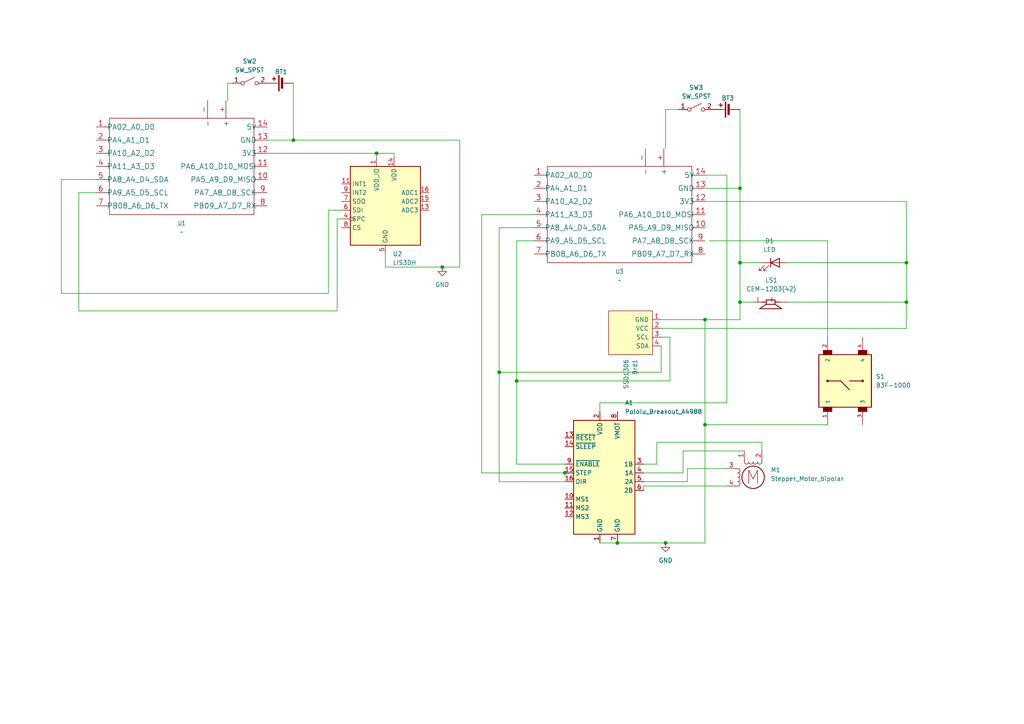
<source format=kicad_sch>
(kicad_sch (version 20250114) (generator "eeschema") (generator_version "9.0")
  (paper "A4")
  (lib_symbols
    (symbol "B3F-1000:B3F-1000" (pin_names (offset 1.016))
      (property "Reference" "S" (at -7.62 7.62 0))
      (property "Value" "B3F-1000" (at -7.62 -8.9154 0))
      (symbol "B3F-1000_0_0"
        (rectangle (start -8.89 3.81) (end -7.62 6.35) (fill (type outline)))
        (rectangle (start -8.89 -6.35) (end -7.62 -3.81) (fill (type outline)))
        (polyline (pts (xy -7.62 7.62) (xy 7.62 7.62)) (stroke (width 0.254)))
        (rectangle (start -7.62 -7.62) (end 7.62 7.62) (stroke (width 0.254)) (fill (type background)))
        (circle (center 0 5.08) (radius 0.254) (stroke (width 0.254)))
        (polyline (pts (xy 0 5.08) (xy 0 1.27)) (stroke (width 0.254)))
        (polyline (pts (xy 0 -1.27) (xy 2.54 1.27)) (stroke (width 0.254)))
        (polyline (pts (xy 0 -5.08) (xy 0 -1.27)) (stroke (width 0.254)))
        (circle (center 0 -5.08) (radius 0.254) (stroke (width 0.254)))
        (rectangle (start 7.62 3.81) (end 8.89 6.35) (fill (type outline)))
        (rectangle (start 7.62 -6.35) (end 8.89 -3.81) (fill (type outline)))
        (polyline (pts (xy 7.62 -7.62) (xy -7.62 -7.62)) (stroke (width 0.254)))
        (pin passive line (at -12.7 5.08 0) (length 5.08) (name "4") (number "4"))
        (pin passive line (at -12.7 -5.08 0) (length 5.08) (name "2") (number "2"))
        (pin passive line (at 12.7 5.08 180) (length 5.08) (name "3") (number "3"))
        (pin passive line (at 12.7 -5.08 180) (length 5.08) (name "1") (number "1"))
      )
    )
    (symbol "CEM-1203_42_:CEM-1203(42)" (pin_numbers (hide yes)) (pin_names (offset 1.016) (hide yes))
      (property "Reference" "LS" (at -3.81 8.9154 0))
      (property "Value" "CEM-1203(42)" (at -3.81 -11.4554 0))
      (symbol "CEM-1203(42)_0_0"
        (polyline (pts (xy -0.635 1.27) (xy 0 1.27)) (stroke (width 0.254)))
        (polyline (pts (xy -0.635 -1.27) (xy -0.635 1.27)) (stroke (width 0.254)))
        (polyline (pts (xy 0 1.27) (xy 0 2.54)) (stroke (width 0.254)))
        (polyline (pts (xy 0 1.27) (xy 0.635 1.27)) (stroke (width 0.254)))
        (polyline (pts (xy 0 -1.27) (xy -0.635 -1.27)) (stroke (width 0.254)))
        (polyline (pts (xy 0 -1.27) (xy 0 -2.54)) (stroke (width 0.254)))
        (polyline (pts (xy 0.635 1.27) (xy 0.635 -1.27)) (stroke (width 0.254)))
        (polyline (pts (xy 0.635 1.27) (xy 1.905 3.175)) (stroke (width 0.254)))
        (polyline (pts (xy 0.635 -1.27) (xy 0 -1.27)) (stroke (width 0.254)))
        (polyline (pts (xy 1.905 3.175) (xy 1.905 -3.175)) (stroke (width 0.254)))
        (polyline (pts (xy 1.905 -3.175) (xy 0.635 -1.27)) (stroke (width 0.254)))
        (text "+" (at -1.905 1.27 0) (effects (font (size 1.778 1.778)) (justify left bottom)))
        (text "-" (at -1.905 -2.794 0) (effects (font (size 1.778 1.778)) (justify left bottom)))
        (pin passive line (at 0 5.08 270) (length 2.54) (name "~") (number "P"))
        (pin passive line (at 0 -5.08 90) (length 2.54) (name "~") (number "N"))
      )
    )
    (symbol "Device:Battery_Cell" (pin_numbers (hide yes)) (pin_names (offset 0) (hide yes))
      (property "Reference" "BT" (at 2.54 2.54 0))
      (property "Value" "Battery_Cell" (at 2.54 0 0))
      (symbol "Battery_Cell_0_1"
        (rectangle (start -2.286 1.778) (end 2.286 1.524) (fill (type outline)))
        (rectangle (start -1.524 1.016) (end 1.524 0.508) (fill (type outline)))
        (polyline (pts (xy 0 1.778) (xy 0 2.54)))
        (polyline (pts (xy 0 0.762) (xy 0 0)))
        (polyline (pts (xy 0.762 3.048) (xy 1.778 3.048)) (stroke (width 0.254)))
        (polyline (pts (xy 1.27 3.556) (xy 1.27 2.54)) (stroke (width 0.254)))
      )
      (symbol "Battery_Cell_1_1"
        (pin passive line (at 0 5.08 270) (length 2.54) (name "+") (number "1"))
        (pin passive line (at 0 -2.54 90) (length 2.54) (name "-") (number "2"))
      )
    )
    (symbol "Device:LED" (pin_numbers (hide yes)) (pin_names (offset 1.016) (hide yes))
      (property "Reference" "D" (at 0 2.54 0))
      (property "Value" "LED" (at 0 -2.54 0))
      (symbol "LED_0_1"
        (polyline (pts (xy -3.048 -0.762) (xy -4.572 -2.286) (xy -3.81 -2.286) (xy -4.572 -2.286) (xy -4.572 -1.524)))
        (polyline (pts (xy -1.778 -0.762) (xy -3.302 -2.286) (xy -2.54 -2.286) (xy -3.302 -2.286) (xy -3.302 -1.524)))
        (polyline (pts (xy -1.27 0) (xy 1.27 0)))
        (polyline (pts (xy -1.27 -1.27) (xy -1.27 1.27)) (stroke (width 0.254)))
        (polyline (pts (xy 1.27 -1.27) (xy 1.27 1.27) (xy -1.27 0) (xy 1.27 -1.27)) (stroke (width 0.254)))
      )
      (symbol "LED_1_1"
        (pin passive line (at -3.81 0 0) (length 2.54) (name "K") (number "1"))
        (pin passive line (at 3.81 0 180) (length 2.54) (name "A") (number "2"))
      )
    )
    (symbol "Driver_Motor:Pololu_Breakout_A4988"
      (property "Reference" "A" (at -2.54 19.05 0))
      (property "Value" "Pololu_Breakout_A4988" (at -2.54 16.51 0))
      (symbol "Pololu_Breakout_A4988_0_1"
        (rectangle (start 10.16 -17.78) (end -7.62 15.24) (stroke (width 0.254)) (fill (type background)))
      )
      (symbol "Pololu_Breakout_A4988_1_1"
        (pin input line (at -10.16 10.16 0) (length 2.54) (name "~{RESET}") (number "13"))
        (pin input line (at -10.16 7.62 0) (length 2.54) (name "~{SLEEP}") (number "14"))
        (pin input line (at -10.16 2.54 0) (length 2.54) (name "~{ENABLE}") (number "9"))
        (pin input line (at -10.16 0 0) (length 2.54) (name "STEP") (number "15"))
        (pin input line (at -10.16 -2.54 0) (length 2.54) (name "DIR") (number "16"))
        (pin input line (at -10.16 -7.62 0) (length 2.54) (name "MS1") (number "10"))
        (pin input line (at -10.16 -10.16 0) (length 2.54) (name "MS2") (number "11"))
        (pin input line (at -10.16 -12.7 0) (length 2.54) (name "MS3") (number "12"))
        (pin power_in line (at 0 17.78 270) (length 2.54) (name "VDD") (number "2"))
        (pin power_in line (at 0 -20.32 90) (length 2.54) (name "GND") (number "1"))
        (pin power_in line (at 5.08 17.78 270) (length 2.54) (name "VMOT") (number "8"))
        (pin power_in line (at 5.08 -20.32 90) (length 2.54) (name "GND") (number "7"))
        (pin output line (at 12.7 2.54 180) (length 2.54) (name "1B") (number "3"))
        (pin output line (at 12.7 0 180) (length 2.54) (name "1A") (number "4"))
        (pin output line (at 12.7 -2.54 180) (length 2.54) (name "2A") (number "5"))
        (pin output line (at 12.7 -5.08 180) (length 2.54) (name "2B") (number "6"))
      )
    )
    (symbol "ESP32C3-footprint-eagle_single_device_kicad:MOUDLE-SEEEDUINO-XIAO-ESP32C3-SMD"
      (property "Reference" "U" (at -21.59 15.24 0))
      (symbol "MOUDLE-SEEEDUINO-XIAO-ESP32C3-SMD_1_0"
        (polyline (pts (xy -21.59 13.97) (xy 20.32 13.97)) (stroke (width 0.1524)))
        (polyline (pts (xy -21.59 11.43) (xy -22.86 11.43)) (stroke (width 0.1524)))
        (polyline (pts (xy -21.59 11.43) (xy -21.59 13.97)) (stroke (width 0.1524)))
        (polyline (pts (xy -21.59 7.62) (xy -22.86 7.62)) (stroke (width 0.1524)))
        (polyline (pts (xy -21.59 7.62) (xy -21.59 11.43)) (stroke (width 0.1524)))
        (polyline (pts (xy -21.59 3.81) (xy -22.86 3.81)) (stroke (width 0.1524)))
        (polyline (pts (xy -21.59 3.81) (xy -21.59 7.62)) (stroke (width 0.1524)))
        (polyline (pts (xy -21.59 0) (xy -22.86 0)) (stroke (width 0.1524)))
        (polyline (pts (xy -21.59 0) (xy -21.59 3.81)) (stroke (width 0.1524)))
        (polyline (pts (xy -21.59 -3.81) (xy -22.86 -3.81)) (stroke (width 0.1524)))
        (polyline (pts (xy -21.59 -7.62) (xy -22.86 -7.62)) (stroke (width 0.1524)))
        (polyline (pts (xy -21.59 -11.43) (xy -22.86 -11.43)) (stroke (width 0.1524)))
        (polyline (pts (xy -21.59 -13.97) (xy -21.59 0)) (stroke (width 0.1524)))
        (polyline (pts (xy 20.32 13.97) (xy 20.32 11.43)) (stroke (width 0.1524)))
        (polyline (pts (xy 20.32 11.43) (xy 20.32 7.62)) (stroke (width 0.1524)))
        (polyline (pts (xy 20.32 7.62) (xy 20.32 3.81)) (stroke (width 0.1524)))
        (polyline (pts (xy 20.32 3.81) (xy 20.32 -13.97)) (stroke (width 0.1524)))
        (polyline (pts (xy 20.32 -13.97) (xy -21.59 -13.97)) (stroke (width 0.1524)))
        (polyline (pts (xy 21.59 11.43) (xy 20.32 11.43)) (stroke (width 0.1524)))
        (polyline (pts (xy 21.59 7.62) (xy 20.32 7.62)) (stroke (width 0.1524)))
        (polyline (pts (xy 21.59 3.81) (xy 20.32 3.81)) (stroke (width 0.1524)))
        (polyline (pts (xy 21.59 0) (xy 20.32 0)) (stroke (width 0.1524)))
        (polyline (pts (xy 21.59 -3.81) (xy 20.32 -3.81)) (stroke (width 0.1524)))
        (polyline (pts (xy 21.59 -7.62) (xy 20.32 -7.62)) (stroke (width 0.1524)))
        (polyline (pts (xy 21.59 -11.43) (xy 20.32 -11.43)) (stroke (width 0.1524)))
        (pin bidirectional line (at -25.4 11.43 0) (length 2.54) (name "PA02_A0_D0") (number "1"))
        (pin bidirectional line (at -25.4 7.62 0) (length 2.54) (name "PA4_A1_D1") (number "2"))
        (pin bidirectional line (at -25.4 3.81 0) (length 2.54) (name "PA10_A2_D2") (number "3"))
        (pin bidirectional line (at -25.4 0 0) (length 2.54) (name "PA11_A3_D3") (number "4"))
        (pin bidirectional line (at -25.4 -3.81 0) (length 2.54) (name "PA8_A4_D4_SDA") (number "5"))
        (pin bidirectional line (at -25.4 -7.62 0) (length 2.54) (name "PA9_A5_D5_SCL") (number "6"))
        (pin bidirectional line (at -25.4 -11.43 0) (length 2.54) (name "PB08_A6_D6_TX") (number "7"))
        (pin bidirectional line (at 6.858 19.05 270) (length 5.08) (name "-") (number "-"))
        (pin bidirectional line (at 12.192 19.05 270) (length 5.08) (name "+") (number "+"))
        (pin bidirectional line (at 24.13 11.43 180) (length 2.54) (name "5V") (number "14"))
        (pin bidirectional line (at 24.13 7.62 180) (length 2.54) (name "GND") (number "13"))
        (pin bidirectional line (at 24.13 3.81 180) (length 2.54) (name "3V3") (number "12"))
        (pin bidirectional line (at 24.13 0 180) (length 2.54) (name "PA6_A10_D10_MOSI") (number "11"))
        (pin bidirectional line (at 24.13 -3.81 180) (length 2.54) (name "PA5_A9_D9_MISO") (number "10"))
        (pin bidirectional line (at 24.13 -7.62 180) (length 2.54) (name "PA7_A8_D8_SCK") (number "9"))
        (pin bidirectional line (at 24.13 -11.43 180) (length 2.54) (name "PB09_A7_D7_RX") (number "8"))
      )
    )
    (symbol "Motor:Stepper_Motor_bipolar" (pin_names (offset 0) (hide yes))
      (property "Reference" "M" (at 3.81 2.54 0))
      (property "Value" "Stepper_Motor_bipolar" (at 3.81 1.27 0))
      (symbol "Stepper_Motor_bipolar_0_0"
        (polyline (pts (xy -1.27 -1.778) (xy -1.27 2.032) (xy 0 -0.508) (xy 1.27 2.032) (xy 1.27 -1.778)))
      )
      (symbol "Stepper_Motor_bipolar_0_1"
        (polyline (pts (xy -5.08 2.54) (xy -4.445 2.54)))
        (polyline (pts (xy -5.08 -2.54) (xy -4.445 -2.54)))
        (arc (start -4.445 2.54) (mid -3.8127 1.905) (end -4.445 1.27))
        (arc (start -4.445 1.27) (mid -3.8127 0.635) (end -4.445 0))
        (arc (start -4.445 0) (mid -3.8127 -0.635) (end -4.445 -1.27))
        (arc (start -4.445 -1.27) (mid -3.8127 -1.905) (end -4.445 -2.54))
        (polyline (pts (xy -2.54 5.08) (xy -2.54 4.445)))
        (arc (start -1.27 4.445) (mid -1.905 3.8127) (end -2.54 4.445))
        (arc (start 0 4.445) (mid -0.635 3.8127) (end -1.27 4.445))
        (circle (center 0 0) (radius 3.2512) (stroke (width 0.254)))
        (arc (start 1.27 4.445) (mid 0.635 3.8127) (end 0 4.445))
        (arc (start 2.54 4.445) (mid 1.905 3.8127) (end 1.27 4.445))
        (polyline (pts (xy 2.54 5.08) (xy 2.54 4.445)))
      )
      (symbol "Stepper_Motor_bipolar_1_1"
        (pin passive line (at -7.62 2.54 0) (length 2.54) (name "~") (number "3"))
        (pin passive line (at -7.62 -2.54 0) (length 2.54) (name "~") (number "4"))
        (pin passive line (at -2.54 7.62 270) (length 2.54) (name "~") (number "1"))
        (pin passive line (at 2.54 7.62 270) (length 2.54) (name "-") (number "2"))
      )
    )
    (symbol "SSD1306-128x64_OLED (1):SSD1306" (pin_names (offset 1.016))
      (property "Reference" "Brd" (at 0 -3.81 0))
      (property "Value" "SSD1306" (at 0 -1.27 0))
      (symbol "SSD1306_0_1"
        (rectangle (start -6.35 6.35) (end 6.35 -6.35) (fill (type background)))
      )
      (symbol "SSD1306_1_1"
        (pin input line (at -3.81 8.89 270) (length 2.54) (name "GND") (number "1"))
        (pin input line (at -1.27 8.89 270) (length 2.54) (name "VCC") (number "2"))
        (pin input line (at 1.27 8.89 270) (length 2.54) (name "SCL") (number "3"))
        (pin input line (at 3.81 8.89 270) (length 2.54) (name "SDA") (number "4"))
      )
    )
    (symbol "Sensor_Motion:LIS3DH"
      (property "Reference" "U" (at -7.62 11.43 0))
      (property "Value" "LIS3DH" (at 6.35 11.43 0))
      (symbol "LIS3DH_0_1"
        (rectangle (start -10.16 10.16) (end 10.16 -12.7) (stroke (width 0.254)) (fill (type background)))
      )
      (symbol "LIS3DH_1_1"
        (pin output line (at -12.7 5.08 0) (length 2.54) (name "INT1") (number "11"))
        (pin output line (at -12.7 2.54 0) (length 2.54) (name "INT2") (number "9"))
        (pin output line (at -12.7 0 0) (length 2.54) (name "SDO") (number "7"))
        (pin input line (at -12.7 -2.54 0) (length 2.54) (name "SDI") (number "6"))
        (pin input clock (at -12.7 -5.08 0) (length 2.54) (name "SPC") (number "4"))
        (pin input line (at -12.7 -7.62 0) (length 2.54) (name "CS") (number "8"))
        (pin power_in line (at -2.54 12.7 270) (length 2.54) (name "VDD_IO") (number "1"))
        (pin passive line (at 0 -15.24 90) (length 2.54) (hide yes) (name "GND") (number "10"))
        (pin passive line (at 0 -15.24 90) (length 2.54) (hide yes) (name "GND") (number "12"))
        (pin power_in line (at 0 -15.24 90) (length 2.54) (name "GND") (number "5"))
        (pin power_in line (at 2.54 12.7 270) (length 2.54) (name "VDD") (number "14"))
        (pin no_connect line (at 10.16 7.62 180) (length 2.54) (hide yes) (name "NC") (number "3"))
        (pin no_connect line (at 10.16 5.08 180) (length 2.54) (hide yes) (name "NC") (number "2"))
        (pin input line (at 12.7 2.54 180) (length 2.54) (name "ADC1") (number "16"))
        (pin input line (at 12.7 0 180) (length 2.54) (name "ADC2") (number "15"))
        (pin input line (at 12.7 -2.54 180) (length 2.54) (name "ADC3") (number "13"))
      )
    )
    (symbol "Switch:SW_SPST" (pin_names (offset 0) (hide yes))
      (property "Reference" "SW" (at 0 3.175 0))
      (property "Value" "SW_SPST" (at 0 -2.54 0))
      (symbol "SW_SPST_0_0"
        (circle (center -2.032 0) (radius 0.508))
        (polyline (pts (xy -1.524 0.254) (xy 1.524 1.778)))
        (circle (center 2.032 0) (radius 0.508))
      )
      (symbol "SW_SPST_1_1"
        (pin passive line (at -5.08 0 0) (length 2.54) (name "A") (number "1"))
        (pin passive line (at 5.08 0 180) (length 2.54) (name "B") (number "2"))
      )
    )
    (symbol "power:GND" (power) (pin_numbers (hide yes)) (pin_names (offset 0) (hide yes))
      (property "Value" "GND" (at 0 -3.81 0))
      (symbol "GND_0_1"
        (polyline (pts (xy 0 0) (xy 0 -1.27) (xy 1.27 -1.27) (xy 0 -2.54) (xy -1.27 -1.27) (xy 0 -1.27)))
      )
      (symbol "GND_1_1"
        (pin power_in line (at 0 0 270) (length 0) (name "~") (number "1"))
      )
    )
  )
  (junction (at 163.83 137.16))
  (junction (at 214.63 87.63))
  (junction (at 262.89 87.63))
  (junction (at 179.07 157.48))
  (junction (at 193.04 157.48))
  (junction (at 128.27 77.47))
  (junction (at 144.78 107.95))
  (junction (at 262.89 76.2))
  (junction (at 109.22 44.45))
  (junction (at 85.09 40.64))
  (junction (at 204.47 92.71))
  (junction (at 204.47 123.19))
  (junction (at 214.63 76.2))
  (junction (at 214.63 54.61))
  (junction (at 149.86 110.49))
  (wire (pts (xy 262.89 87.63) (xy 228.6 87.63)))
  (wire (pts (xy 95.25 60.96) (xy 99.06 60.96)))
  (wire (pts (xy 163.83 137.16) (xy 165.1 137.16)))
  (wire (pts (xy 144.78 139.7) (xy 163.83 139.7)))
  (wire (pts (xy 77.47 44.45) (xy 109.22 44.45)))
  (wire (pts (xy 133.35 77.47) (xy 133.35 40.64)))
  (wire (pts (xy 193.04 31.75) (xy 196.85 31.75)))
  (wire (pts (xy 214.63 54.61) (xy 214.63 31.75)))
  (wire (pts (xy 220.98 130.81) (xy 220.98 128.27)))
  (wire (pts (xy 95.25 85.09) (xy 95.25 60.96)))
  (wire (pts (xy 204.47 92.71) (xy 204.47 123.19)))
  (wire (pts (xy 128.27 77.47) (xy 111.76 77.47)))
  (wire (pts (xy 139.7 62.23) (xy 139.7 137.16)))
  (wire (pts (xy 204.47 54.61) (xy 214.63 54.61)))
  (wire (pts (xy 210.82 135.89) (xy 199.39 135.89)))
  (wire (pts (xy 262.89 58.42) (xy 262.89 76.2)))
  (wire (pts (xy 262.89 76.2) (xy 228.6 76.2)))
  (wire (pts (xy 240.03 69.85) (xy 240.03 97.79)))
  (wire (pts (xy 154.94 66.04) (xy 144.78 66.04)))
  (wire (pts (xy 193.04 43.18) (xy 193.04 31.75)))
  (wire (pts (xy 85.09 24.13) (xy 85.09 40.64)))
  (wire (pts (xy 22.86 90.17) (xy 97.79 90.17)))
  (wire (pts (xy 17.78 85.09) (xy 95.25 85.09)))
  (wire (pts (xy 220.98 128.27) (xy 190.5 128.27)))
  (wire (pts (xy 190.5 128.27) (xy 190.5 134.62)))
  (wire (pts (xy 149.86 69.85) (xy 154.94 69.85)))
  (wire (pts (xy 27.94 52.07) (xy 17.78 52.07)))
  (wire (pts (xy 210.82 116.84) (xy 173.99 116.84)))
  (wire (pts (xy 139.7 137.16) (xy 163.83 137.16)))
  (wire (pts (xy 85.09 40.64) (xy 133.35 40.64)))
  (wire (pts (xy 240.03 123.19) (xy 204.47 123.19)))
  (wire (pts (xy 97.79 63.5) (xy 99.06 63.5)))
  (wire (pts (xy 198.12 137.16) (xy 198.12 130.81)))
  (wire (pts (xy 204.47 50.8) (xy 210.82 50.8)))
  (wire (pts (xy 198.12 137.16) (xy 186.69 137.16)))
  (wire (pts (xy 144.78 107.95) (xy 191.77 107.95)))
  (wire (pts (xy 97.79 90.17) (xy 97.79 63.5)))
  (wire (pts (xy 114.3 44.45) (xy 114.3 45.72)))
  (wire (pts (xy 262.89 87.63) (xy 262.89 95.25)))
  (wire (pts (xy 204.47 58.42) (xy 262.89 58.42)))
  (wire (pts (xy 149.86 110.49) (xy 149.86 134.62)))
  (wire (pts (xy 144.78 107.95) (xy 144.78 139.7)))
  (wire (pts (xy 66.04 29.21) (xy 66.04 24.13)))
  (wire (pts (xy 214.63 92.71) (xy 214.63 87.63)))
  (wire (pts (xy 210.82 50.8) (xy 210.82 116.84)))
  (wire (pts (xy 22.86 55.88) (xy 22.86 90.17)))
  (wire (pts (xy 173.99 157.48) (xy 179.07 157.48)))
  (wire (pts (xy 262.89 76.2) (xy 262.89 87.63)))
  (wire (pts (xy 198.12 130.81) (xy 215.9 130.81)))
  (wire (pts (xy 214.63 76.2) (xy 214.63 54.61)))
  (wire (pts (xy 214.63 76.2) (xy 220.98 76.2)))
  (wire (pts (xy 133.35 77.47) (xy 128.27 77.47)))
  (wire (pts (xy 111.76 77.47) (xy 111.76 73.66)))
  (wire (pts (xy 17.78 52.07) (xy 17.78 85.09)))
  (wire (pts (xy 109.22 44.45) (xy 109.22 45.72)))
  (wire (pts (xy 205.74 69.85) (xy 240.03 69.85)))
  (wire (pts (xy 199.39 139.7) (xy 186.69 139.7)))
  (wire (pts (xy 194.31 110.49) (xy 149.86 110.49)))
  (wire (pts (xy 27.94 55.88) (xy 22.86 55.88)))
  (wire (pts (xy 214.63 87.63) (xy 214.63 76.2)))
  (wire (pts (xy 173.99 116.84) (xy 173.99 119.38)))
  (wire (pts (xy 204.47 92.71) (xy 214.63 92.71)))
  (wire (pts (xy 66.04 24.13) (xy 67.31 24.13)))
  (wire (pts (xy 214.63 87.63) (xy 218.44 87.63)))
  (wire (pts (xy 109.22 44.45) (xy 114.3 44.45)))
  (wire (pts (xy 191.77 100.33) (xy 191.77 107.95)))
  (wire (pts (xy 85.09 40.64) (xy 77.47 40.64)))
  (wire (pts (xy 154.94 62.23) (xy 139.7 62.23)))
  (wire (pts (xy 191.77 95.25) (xy 262.89 95.25)))
  (wire (pts (xy 149.86 110.49) (xy 149.86 69.85)))
  (wire (pts (xy 186.69 134.62) (xy 190.5 134.62)))
  (wire (pts (xy 204.47 123.19) (xy 204.47 157.48)))
  (wire (pts (xy 191.77 92.71) (xy 204.47 92.71)))
  (wire (pts (xy 194.31 97.79) (xy 194.31 110.49)))
  (wire (pts (xy 210.82 140.97) (xy 186.69 140.97)))
  (wire (pts (xy 199.39 135.89) (xy 199.39 139.7)))
  (wire (pts (xy 193.04 157.48) (xy 204.47 157.48)))
  (wire (pts (xy 144.78 66.04) (xy 144.78 107.95)))
  (wire (pts (xy 186.69 140.97) (xy 186.69 142.24)))
  (wire (pts (xy 179.07 157.48) (xy 193.04 157.48)))
  (wire (pts (xy 149.86 134.62) (xy 163.83 134.62)))
  (wire (pts (xy 191.77 97.79) (xy 194.31 97.79)))
  (symbol (lib_id "Driver_Motor:Pololu_Breakout_A4988") (at 173.99 137.16 0) (unit 1)
    (property "Reference" "A1" (at 181.2133 116.84 0) (effects (justify left)))
    (property "Value" "Pololu_Breakout_A4988" (at 181.2133 119.38 0) (effects (justify left)))
    (property "Footprint" "Module:Pololu_Breakout-16_15.2x20.3mm" (effects (hide yes)))
    (property "Datasheet" "https://www.pololu.com/product/2980/pictures" (effects (hide yes)))
    (property "Description" "Pololu Breakout Board, Stepper Driver A4988" (effects (hide yes)))
  )
  (symbol (lib_id "Device:Battery_Cell") (at 82.55 24.13 90) (unit 1)
    (property "Reference" "BT1" (at 81.534 20.828 90))
    (property "Value" "Battery_Cell" (effects (hide yes)))
    (property "Description" "Single-cell battery" (effects (hide yes)))
    (property "Sim.Device" "V" (effects (hide yes)))
    (property "Sim.Type" "DC" (effects (hide yes)))
    (property "Sim.Pins" "1=+ 2=-" (effects (hide yes)))
  )
  (symbol (lib_id "ESP32C3-footprint-eagle_single_device_kicad:MOUDLE-SEEEDUINO-XIAO-ESP32C3-SMD") (at 53.34 48.26 0) (unit 1)
    (property "Reference" "U1" (at 52.705 64.77 0) (effects (font (size 1.27 1.0795))))
    (property "Value" "~" (at 52.705 67.31 0) (effects (font (size 1.27 1.0795))))
    (property "Footprint" "ESP32C3-footprint-eagle_single_device_kicad:MOUDLE14P-SMD-2.54-21X17.8MM" (effects (hide yes)))
  )
  (symbol (lib_id "Switch:SW_SPST") (at 72.39 24.13 0) (unit 1)
    (property "Reference" "SW2" (at 72.39 17.78 0))
    (property "Value" "SW_SPST" (at 72.39 20.32 0))
    (property "Description" "Single Pole Single Throw (SPST) switch" (effects (hide yes)))
  )
  (symbol (lib_id "SSD1306-128x64_OLED (1):SSD1306") (at 182.88 96.52 270) (unit 1)
    (property "Reference" "Brd1" (at 184.1501 104.14 0) (effects (justify left)))
    (property "Value" "SSD1306" (at 181.6101 104.14 0) (effects (justify left)))
  )
  (symbol (lib_id "Device:LED") (at 224.79 76.2 0) (unit 1)
    (property "Reference" "D1" (at 223.2025 69.85 0))
    (property "Value" "LED" (at 223.2025 72.39 0))
    (property "Description" "Light emitting diode" (effects (hide yes)))
    (property "Sim.Pins" "1=K 2=A" (effects (hide yes)))
  )
  (symbol (lib_id "CEM-1203_42_:CEM-1203(42)") (at 223.52 87.63 270) (unit 1)
    (property "Reference" "LS1" (at 223.7265 81.28 90))
    (property "Value" "CEM-1203(42)" (at 223.7265 83.82 90))
    (property "Footprint" "CUI_CEM-1203(42)" (effects (hide yes)))
    (property "MF" "CUI" (effects (hide yes)))
    (property "DESCRIPTION" "Audio Magnetic 3Vo-p 5Vo-p 35mA 3.5Vo-p 85dBA Wire Lead Through Hole Tray" (effects (hide yes)))
    (property "PACKAGE" "CUI" (effects (hide yes)))
    (property "PRICE" "0.49 USD" (effects (hide yes)))
    (property "MP" "CEM-1203_42_" (effects (hide yes)))
    (property "AVAILABILITY" "Good" (effects (hide yes)))
  )
  (symbol (lib_id "B3F-1000:B3F-1000") (at 245.11 110.49 270) (unit 1)
    (property "Reference" "S1" (at 254 109.2199 90) (effects (justify left)))
    (property "Value" "B3F-1000" (at 254 111.7599 90) (effects (justify left)))
    (property "Footprint" "SW_B3F-1000" (effects (hide yes)))
    (property "MANUFACTURER" "Omron" (effects (hide yes)))
  )
  (symbol (lib_id "Device:Battery_Cell") (at 212.09 31.75 90) (unit 1)
    (property "Reference" "BT3" (at 211.074 28.448 90))
    (property "Value" "Battery_Cell" (effects (hide yes)))
    (property "Description" "Single-cell battery" (effects (hide yes)))
    (property "Sim.Device" "V" (effects (hide yes)))
    (property "Sim.Type" "DC" (effects (hide yes)))
    (property "Sim.Pins" "1=+ 2=-" (effects (hide yes)))
  )
  (symbol (lib_id "Sensor_Motion:LIS3DH") (at 111.76 58.42 0) (unit 1)
    (property "Reference" "U2" (at 113.9033 73.66 0) (effects (justify left)))
    (property "Value" "LIS3DH" (at 113.9033 76.2 0) (effects (justify left)))
    (property "Footprint" "Package_LGA:LGA-16_3x3mm_P0.5mm_LayoutBorder3x5y" (effects (hide yes)))
    (property "Datasheet" "https://www.st.com/resource/en/datasheet/cd00274221.pdf" (effects (hide yes)))
    (property "Description" "3-Axis Accelerometer, 2/4/8/16g range, I2C/SPI interface, LGA-16" (effects (hide yes)))
  )
  (symbol (lib_id "ESP32C3-footprint-eagle_single_device_kicad:MOUDLE-SEEEDUINO-XIAO-ESP32C3-SMD") (at 180.34 62.23 0) (unit 1)
    (property "Reference" "U3" (at 179.705 78.74 0) (effects (font (size 1.27 1.0795))))
    (property "Value" "~" (at 179.705 81.28 0) (effects (font (size 1.27 1.0795))))
    (property "Footprint" "ESP32C3-footprint-eagle_single_device_kicad:MOUDLE14P-SMD-2.54-21X17.8MM" (effects (hide yes)))
  )
  (symbol (lib_id "power:GND") (at 193.04 157.48 0) (unit 1)
    (property "Reference" "#PWR02" (effects (hide yes)))
    (property "Value" "GND" (at 193.04 162.56 0))
    (property "Description" "Power symbol creates a global label with name \"GND\" , ground" (effects (hide yes)))
  )
  (symbol (lib_id "Switch:SW_SPST") (at 201.93 31.75 0) (unit 1)
    (property "Reference" "SW3" (at 201.93 25.4 0))
    (property "Value" "SW_SPST" (at 201.93 27.94 0))
    (property "Description" "Single Pole Single Throw (SPST) switch" (effects (hide yes)))
  )
  (symbol (lib_id "power:GND") (at 128.27 77.47 0) (unit 1)
    (property "Reference" "#PWR01" (effects (hide yes)))
    (property "Value" "GND" (at 128.27 82.55 0))
    (property "Description" "Power symbol creates a global label with name \"GND\" , ground" (effects (hide yes)))
  )
  (symbol (lib_id "Motor:Stepper_Motor_bipolar") (at 218.44 138.43 0) (unit 1)
    (property "Reference" "M1" (at 223.52 136.309 0) (effects (justify left)))
    (property "Value" "Stepper_Motor_bipolar" (at 223.52 138.849 0) (effects (justify left)))
    (property "Datasheet" "http://www.infineon.com/dgdl/Application-Note-TLE8110EE_driving_UniPolarStepperMotor_V1.1.pdf?fileId=db3a30431be39b97011be5d0aa0a00b0" (effects (hide yes)))
    (property "Description" "4-wire bipolar stepper motor" (effects (hide yes)))
  )
)
</source>
